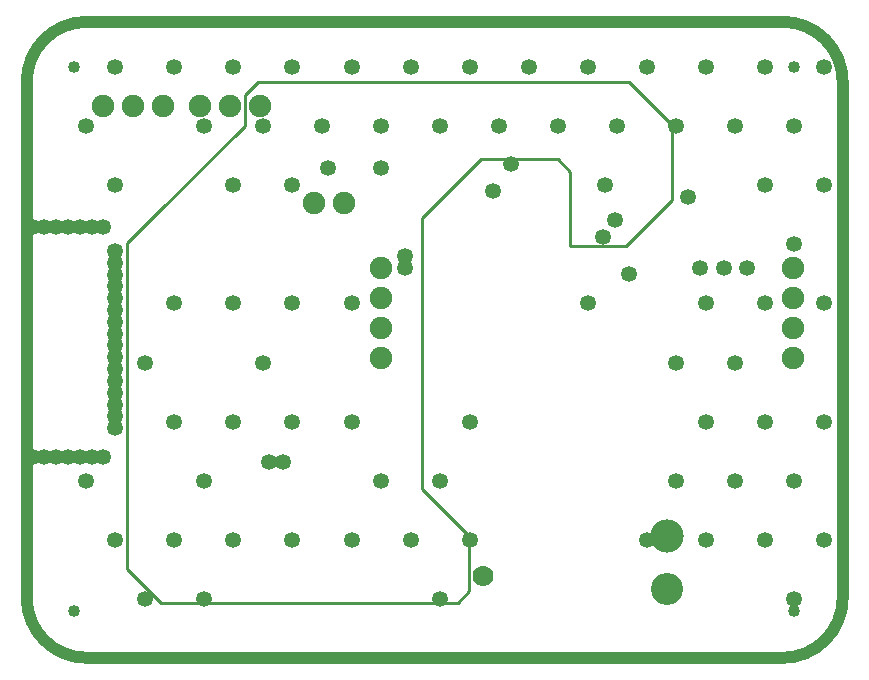
<source format=gbr>
%TF.GenerationSoftware,Altium Limited,Altium Designer,22.10.1 (41)*%
G04 Layer_Physical_Order=3*
G04 Layer_Color=128*
%FSLAX45Y45*%
%MOMM*%
%TF.SameCoordinates,C9E4A285-3493-4599-8121-F693CE24ADE7*%
%TF.FilePolarity,Negative*%
%TF.FileFunction,Copper,L3,Inr,Plane*%
%TF.Part,Single*%
G01*
G75*
%TA.AperFunction,NonConductor*%
%ADD36C,1.01600*%
%TA.AperFunction,ComponentPad*%
%ADD37C,1.77800*%
%ADD38C,1.91600*%
%ADD39C,2.81600*%
%ADD40C,2.71600*%
%TA.AperFunction,ViaPad*%
%ADD41C,1.34600*%
%ADD42C,1.01600*%
%TA.AperFunction,NonConductor*%
%ADD43C,0.25400*%
D36*
X6400800D02*
G03*
X6908800Y508000I0J508000D01*
G01*
Y4876800D02*
G03*
X6400800Y5384800I-508000J0D01*
G01*
X508000D02*
G03*
X0Y4876800I0J-508000D01*
G01*
Y508000D02*
G03*
X508000Y0I508000J0D01*
G01*
X6400800D01*
X6908800Y508000D02*
Y4876800D01*
X508000Y5384800D02*
X6400800D01*
X0Y508000D02*
Y4876800D01*
D37*
X3865880Y693420D02*
D03*
D38*
X2997200Y2540000D02*
D03*
Y2794000D02*
D03*
Y3048000D02*
D03*
Y3302000D02*
D03*
X1470000Y4670000D02*
D03*
X1724000D02*
D03*
X1978000D02*
D03*
X1155700Y4673600D02*
D03*
X901700D02*
D03*
X647700D02*
D03*
X2433320Y3853180D02*
D03*
X2687320D02*
D03*
X6489700Y2540000D02*
D03*
Y2794000D02*
D03*
Y3048000D02*
D03*
Y3302000D02*
D03*
D39*
X5420000Y1030000D02*
D03*
D40*
Y580000D02*
D03*
D41*
X4102100Y4178300D02*
D03*
X5100000Y3250000D02*
D03*
X3000000Y4150000D02*
D03*
X2550000D02*
D03*
X5600000Y3900000D02*
D03*
X3950000Y3950000D02*
D03*
X4900000Y4000000D02*
D03*
X6100000Y3300000D02*
D03*
X5900000D02*
D03*
X5700000D02*
D03*
X3200000D02*
D03*
Y3400000D02*
D03*
X750774Y1944489D02*
D03*
Y2044489D02*
D03*
Y2144489D02*
D03*
Y2244489D02*
D03*
Y2344489D02*
D03*
Y2444489D02*
D03*
Y2544489D02*
D03*
Y2644489D02*
D03*
Y2744489D02*
D03*
Y2844489D02*
D03*
Y2944489D02*
D03*
Y3044489D02*
D03*
Y3144489D02*
D03*
Y3244489D02*
D03*
X6750000Y5000000D02*
D03*
X6500000Y4500000D02*
D03*
X6750000Y4000000D02*
D03*
X6500000Y3500000D02*
D03*
X6750000Y3000000D02*
D03*
Y2000000D02*
D03*
X6500000Y1500000D02*
D03*
X6750000Y1000000D02*
D03*
X6500000Y500000D02*
D03*
X6250000Y5000000D02*
D03*
X6000000Y4500000D02*
D03*
X6250000Y4000000D02*
D03*
Y3000000D02*
D03*
X6000000Y2500000D02*
D03*
X6250000Y2000000D02*
D03*
X6000000Y1500000D02*
D03*
X6250000Y1000000D02*
D03*
X5750000Y5000000D02*
D03*
X5500000Y4500000D02*
D03*
X5750000Y3000000D02*
D03*
X5500000Y2500000D02*
D03*
X5750000Y2000000D02*
D03*
X5500000Y1500000D02*
D03*
X5750000Y1000000D02*
D03*
X5250000Y5000000D02*
D03*
X5000000Y4500000D02*
D03*
X5250000Y1000000D02*
D03*
X4750000Y5000000D02*
D03*
X4500000Y4500000D02*
D03*
X4750000Y3000000D02*
D03*
X4250000Y5000000D02*
D03*
X4000000Y4500000D02*
D03*
X3750000Y5000000D02*
D03*
X3500000Y4500000D02*
D03*
X3750000Y2000000D02*
D03*
X3500000Y1500000D02*
D03*
X3750000Y1000000D02*
D03*
X3500000Y500000D02*
D03*
X3250000Y5000000D02*
D03*
X3000000Y4500000D02*
D03*
Y1500000D02*
D03*
X3250000Y1000000D02*
D03*
X2750000Y5000000D02*
D03*
X2500000Y4500000D02*
D03*
X2750000Y3000000D02*
D03*
Y2000000D02*
D03*
Y1000000D02*
D03*
X2250000Y5000000D02*
D03*
X2000000Y4500000D02*
D03*
X2250000Y4000000D02*
D03*
Y3000000D02*
D03*
X2000000Y2500000D02*
D03*
X2250000Y2000000D02*
D03*
Y1000000D02*
D03*
X1750000Y5000000D02*
D03*
X1500000Y4500000D02*
D03*
X1750000Y4000000D02*
D03*
Y3000000D02*
D03*
Y2000000D02*
D03*
X1500000Y1500000D02*
D03*
X1750000Y1000000D02*
D03*
X1500000Y500000D02*
D03*
X1250000Y5000000D02*
D03*
Y3000000D02*
D03*
X1000000Y2500000D02*
D03*
X1250000Y2000000D02*
D03*
Y1000000D02*
D03*
X1000000Y500000D02*
D03*
X750000Y5000000D02*
D03*
X500000Y4500000D02*
D03*
X750000Y4000000D02*
D03*
X500000Y1500000D02*
D03*
X750000Y1000000D02*
D03*
X750774Y3344489D02*
D03*
Y3444489D02*
D03*
X650000Y3650000D02*
D03*
X550000D02*
D03*
X450000D02*
D03*
X350000D02*
D03*
X250000D02*
D03*
X50000D02*
D03*
X150000D02*
D03*
X650000Y1700000D02*
D03*
X550000D02*
D03*
X450000D02*
D03*
X350000D02*
D03*
X250000D02*
D03*
X50000D02*
D03*
X150000D02*
D03*
X4878340Y3562080D02*
D03*
X2174100Y1653680D02*
D03*
X4978400Y3708400D02*
D03*
X2047240Y1653540D02*
D03*
D42*
X6500000Y5000000D02*
D03*
X400000D02*
D03*
Y400000D02*
D03*
X6500000D02*
D03*
D43*
X848360Y3507740D02*
X1089660Y3749040D01*
X1844040Y4503420D01*
Y4765040D01*
X1955800Y4876800D01*
X1976120D01*
X3350260Y1427480D02*
X3746500Y1031240D01*
X848360Y755739D02*
X1136739Y467360D01*
X848360Y755739D02*
Y3507740D01*
X1976120Y4876800D02*
X5100320D01*
X5466080Y4511040D01*
Y3873500D02*
Y4511040D01*
X5074920Y3482340D02*
X5466080Y3873500D01*
X4602480Y3482340D02*
X5074920D01*
X4602480D02*
Y4112260D01*
X4495800Y4218940D02*
X4602480Y4112260D01*
X3845560Y4218940D02*
X4495800D01*
X3350260Y3723640D02*
X3845560Y4218940D01*
X3350260Y3723640D02*
X3350260Y1427480D01*
X3746500Y566420D02*
Y1031240D01*
X3647440Y467360D02*
X3746500Y566420D01*
X3230880Y467360D02*
X3647440D01*
X1136739D02*
X3230880D01*
%TF.MD5,8645efd2055b48f976f410919bf04eb7*%
M02*

</source>
